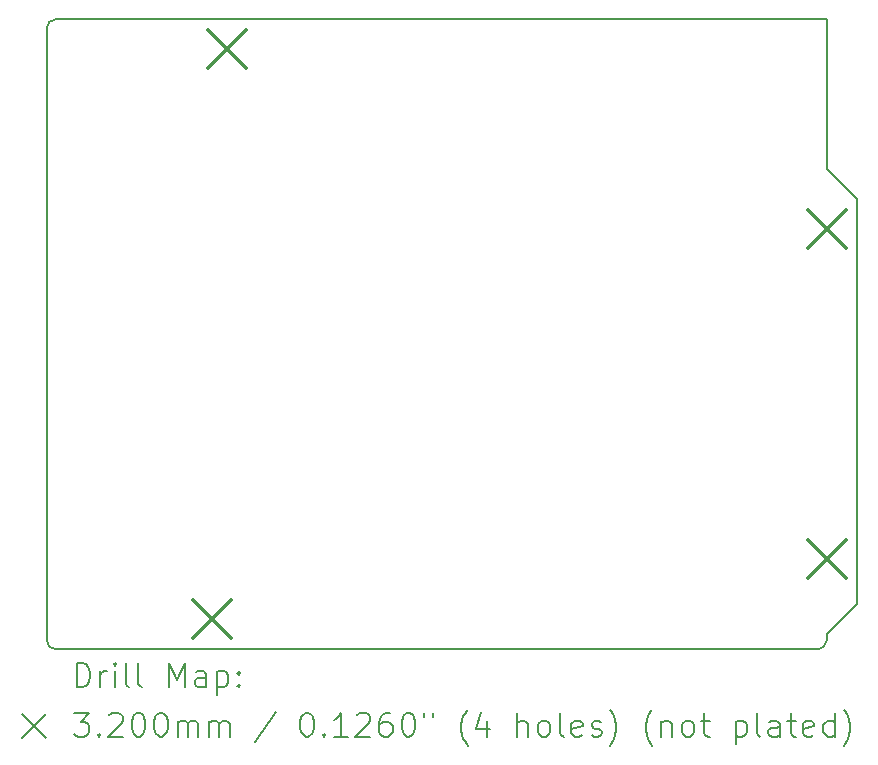
<source format=gbr>
%TF.GenerationSoftware,KiCad,Pcbnew,8.0.8*%
%TF.CreationDate,2025-03-19T14:16:44+01:00*%
%TF.ProjectId,Capteur_Graphite,43617074-6575-4725-9f47-726170686974,rev?*%
%TF.SameCoordinates,Original*%
%TF.FileFunction,Drillmap*%
%TF.FilePolarity,Positive*%
%FSLAX45Y45*%
G04 Gerber Fmt 4.5, Leading zero omitted, Abs format (unit mm)*
G04 Created by KiCad (PCBNEW 8.0.8) date 2025-03-19 14:16:44*
%MOMM*%
%LPD*%
G01*
G04 APERTURE LIST*
%ADD10C,0.150000*%
%ADD11C,0.200000*%
%ADD12C,0.320000*%
G04 APERTURE END LIST*
D10*
X16604000Y-5936000D02*
X16858000Y-6190000D01*
X10000000Y-9923800D02*
X10000000Y-4742200D01*
X16858000Y-6190000D02*
X16858000Y-9619000D01*
X16527800Y-10000000D02*
X10076200Y-10000000D01*
X10076200Y-4666000D02*
X16604000Y-4660000D01*
X10076200Y-10000000D02*
G75*
G02*
X10000000Y-9923800I0J76200D01*
G01*
X16858000Y-9619000D02*
X16604000Y-9873000D01*
X16604000Y-9923800D02*
G75*
G02*
X16527800Y-10000000I-76200J0D01*
G01*
X16604000Y-4660000D02*
X16604000Y-5936000D01*
X16604000Y-9873000D02*
X16604000Y-9923800D01*
X10000000Y-4742200D02*
G75*
G02*
X10076200Y-4666000I76200J0D01*
G01*
D11*
D12*
X11237000Y-9586000D02*
X11557000Y-9906000D01*
X11557000Y-9586000D02*
X11237000Y-9906000D01*
X11364000Y-4760000D02*
X11684000Y-5080000D01*
X11684000Y-4760000D02*
X11364000Y-5080000D01*
X16444000Y-6284000D02*
X16764000Y-6604000D01*
X16764000Y-6284000D02*
X16444000Y-6604000D01*
X16444000Y-9078000D02*
X16764000Y-9398000D01*
X16764000Y-9078000D02*
X16444000Y-9398000D01*
D11*
X10253277Y-10318984D02*
X10253277Y-10118984D01*
X10253277Y-10118984D02*
X10300896Y-10118984D01*
X10300896Y-10118984D02*
X10329467Y-10128508D01*
X10329467Y-10128508D02*
X10348515Y-10147555D01*
X10348515Y-10147555D02*
X10358039Y-10166603D01*
X10358039Y-10166603D02*
X10367563Y-10204698D01*
X10367563Y-10204698D02*
X10367563Y-10233270D01*
X10367563Y-10233270D02*
X10358039Y-10271365D01*
X10358039Y-10271365D02*
X10348515Y-10290412D01*
X10348515Y-10290412D02*
X10329467Y-10309460D01*
X10329467Y-10309460D02*
X10300896Y-10318984D01*
X10300896Y-10318984D02*
X10253277Y-10318984D01*
X10453277Y-10318984D02*
X10453277Y-10185650D01*
X10453277Y-10223746D02*
X10462801Y-10204698D01*
X10462801Y-10204698D02*
X10472324Y-10195174D01*
X10472324Y-10195174D02*
X10491372Y-10185650D01*
X10491372Y-10185650D02*
X10510420Y-10185650D01*
X10577086Y-10318984D02*
X10577086Y-10185650D01*
X10577086Y-10118984D02*
X10567563Y-10128508D01*
X10567563Y-10128508D02*
X10577086Y-10138031D01*
X10577086Y-10138031D02*
X10586610Y-10128508D01*
X10586610Y-10128508D02*
X10577086Y-10118984D01*
X10577086Y-10118984D02*
X10577086Y-10138031D01*
X10700896Y-10318984D02*
X10681848Y-10309460D01*
X10681848Y-10309460D02*
X10672324Y-10290412D01*
X10672324Y-10290412D02*
X10672324Y-10118984D01*
X10805658Y-10318984D02*
X10786610Y-10309460D01*
X10786610Y-10309460D02*
X10777086Y-10290412D01*
X10777086Y-10290412D02*
X10777086Y-10118984D01*
X11034229Y-10318984D02*
X11034229Y-10118984D01*
X11034229Y-10118984D02*
X11100896Y-10261841D01*
X11100896Y-10261841D02*
X11167563Y-10118984D01*
X11167563Y-10118984D02*
X11167563Y-10318984D01*
X11348515Y-10318984D02*
X11348515Y-10214222D01*
X11348515Y-10214222D02*
X11338991Y-10195174D01*
X11338991Y-10195174D02*
X11319943Y-10185650D01*
X11319943Y-10185650D02*
X11281848Y-10185650D01*
X11281848Y-10185650D02*
X11262801Y-10195174D01*
X11348515Y-10309460D02*
X11329467Y-10318984D01*
X11329467Y-10318984D02*
X11281848Y-10318984D01*
X11281848Y-10318984D02*
X11262801Y-10309460D01*
X11262801Y-10309460D02*
X11253277Y-10290412D01*
X11253277Y-10290412D02*
X11253277Y-10271365D01*
X11253277Y-10271365D02*
X11262801Y-10252317D01*
X11262801Y-10252317D02*
X11281848Y-10242793D01*
X11281848Y-10242793D02*
X11329467Y-10242793D01*
X11329467Y-10242793D02*
X11348515Y-10233270D01*
X11443753Y-10185650D02*
X11443753Y-10385650D01*
X11443753Y-10195174D02*
X11462801Y-10185650D01*
X11462801Y-10185650D02*
X11500896Y-10185650D01*
X11500896Y-10185650D02*
X11519943Y-10195174D01*
X11519943Y-10195174D02*
X11529467Y-10204698D01*
X11529467Y-10204698D02*
X11538991Y-10223746D01*
X11538991Y-10223746D02*
X11538991Y-10280889D01*
X11538991Y-10280889D02*
X11529467Y-10299936D01*
X11529467Y-10299936D02*
X11519943Y-10309460D01*
X11519943Y-10309460D02*
X11500896Y-10318984D01*
X11500896Y-10318984D02*
X11462801Y-10318984D01*
X11462801Y-10318984D02*
X11443753Y-10309460D01*
X11624705Y-10299936D02*
X11634229Y-10309460D01*
X11634229Y-10309460D02*
X11624705Y-10318984D01*
X11624705Y-10318984D02*
X11615182Y-10309460D01*
X11615182Y-10309460D02*
X11624705Y-10299936D01*
X11624705Y-10299936D02*
X11624705Y-10318984D01*
X11624705Y-10195174D02*
X11634229Y-10204698D01*
X11634229Y-10204698D02*
X11624705Y-10214222D01*
X11624705Y-10214222D02*
X11615182Y-10204698D01*
X11615182Y-10204698D02*
X11624705Y-10195174D01*
X11624705Y-10195174D02*
X11624705Y-10214222D01*
X9792500Y-10547500D02*
X9992500Y-10747500D01*
X9992500Y-10547500D02*
X9792500Y-10747500D01*
X10234229Y-10538984D02*
X10358039Y-10538984D01*
X10358039Y-10538984D02*
X10291372Y-10615174D01*
X10291372Y-10615174D02*
X10319944Y-10615174D01*
X10319944Y-10615174D02*
X10338991Y-10624698D01*
X10338991Y-10624698D02*
X10348515Y-10634222D01*
X10348515Y-10634222D02*
X10358039Y-10653270D01*
X10358039Y-10653270D02*
X10358039Y-10700889D01*
X10358039Y-10700889D02*
X10348515Y-10719936D01*
X10348515Y-10719936D02*
X10338991Y-10729460D01*
X10338991Y-10729460D02*
X10319944Y-10738984D01*
X10319944Y-10738984D02*
X10262801Y-10738984D01*
X10262801Y-10738984D02*
X10243753Y-10729460D01*
X10243753Y-10729460D02*
X10234229Y-10719936D01*
X10443753Y-10719936D02*
X10453277Y-10729460D01*
X10453277Y-10729460D02*
X10443753Y-10738984D01*
X10443753Y-10738984D02*
X10434229Y-10729460D01*
X10434229Y-10729460D02*
X10443753Y-10719936D01*
X10443753Y-10719936D02*
X10443753Y-10738984D01*
X10529467Y-10558031D02*
X10538991Y-10548508D01*
X10538991Y-10548508D02*
X10558039Y-10538984D01*
X10558039Y-10538984D02*
X10605658Y-10538984D01*
X10605658Y-10538984D02*
X10624705Y-10548508D01*
X10624705Y-10548508D02*
X10634229Y-10558031D01*
X10634229Y-10558031D02*
X10643753Y-10577079D01*
X10643753Y-10577079D02*
X10643753Y-10596127D01*
X10643753Y-10596127D02*
X10634229Y-10624698D01*
X10634229Y-10624698D02*
X10519944Y-10738984D01*
X10519944Y-10738984D02*
X10643753Y-10738984D01*
X10767563Y-10538984D02*
X10786610Y-10538984D01*
X10786610Y-10538984D02*
X10805658Y-10548508D01*
X10805658Y-10548508D02*
X10815182Y-10558031D01*
X10815182Y-10558031D02*
X10824705Y-10577079D01*
X10824705Y-10577079D02*
X10834229Y-10615174D01*
X10834229Y-10615174D02*
X10834229Y-10662793D01*
X10834229Y-10662793D02*
X10824705Y-10700889D01*
X10824705Y-10700889D02*
X10815182Y-10719936D01*
X10815182Y-10719936D02*
X10805658Y-10729460D01*
X10805658Y-10729460D02*
X10786610Y-10738984D01*
X10786610Y-10738984D02*
X10767563Y-10738984D01*
X10767563Y-10738984D02*
X10748515Y-10729460D01*
X10748515Y-10729460D02*
X10738991Y-10719936D01*
X10738991Y-10719936D02*
X10729467Y-10700889D01*
X10729467Y-10700889D02*
X10719944Y-10662793D01*
X10719944Y-10662793D02*
X10719944Y-10615174D01*
X10719944Y-10615174D02*
X10729467Y-10577079D01*
X10729467Y-10577079D02*
X10738991Y-10558031D01*
X10738991Y-10558031D02*
X10748515Y-10548508D01*
X10748515Y-10548508D02*
X10767563Y-10538984D01*
X10958039Y-10538984D02*
X10977086Y-10538984D01*
X10977086Y-10538984D02*
X10996134Y-10548508D01*
X10996134Y-10548508D02*
X11005658Y-10558031D01*
X11005658Y-10558031D02*
X11015182Y-10577079D01*
X11015182Y-10577079D02*
X11024705Y-10615174D01*
X11024705Y-10615174D02*
X11024705Y-10662793D01*
X11024705Y-10662793D02*
X11015182Y-10700889D01*
X11015182Y-10700889D02*
X11005658Y-10719936D01*
X11005658Y-10719936D02*
X10996134Y-10729460D01*
X10996134Y-10729460D02*
X10977086Y-10738984D01*
X10977086Y-10738984D02*
X10958039Y-10738984D01*
X10958039Y-10738984D02*
X10938991Y-10729460D01*
X10938991Y-10729460D02*
X10929467Y-10719936D01*
X10929467Y-10719936D02*
X10919944Y-10700889D01*
X10919944Y-10700889D02*
X10910420Y-10662793D01*
X10910420Y-10662793D02*
X10910420Y-10615174D01*
X10910420Y-10615174D02*
X10919944Y-10577079D01*
X10919944Y-10577079D02*
X10929467Y-10558031D01*
X10929467Y-10558031D02*
X10938991Y-10548508D01*
X10938991Y-10548508D02*
X10958039Y-10538984D01*
X11110420Y-10738984D02*
X11110420Y-10605650D01*
X11110420Y-10624698D02*
X11119944Y-10615174D01*
X11119944Y-10615174D02*
X11138991Y-10605650D01*
X11138991Y-10605650D02*
X11167563Y-10605650D01*
X11167563Y-10605650D02*
X11186610Y-10615174D01*
X11186610Y-10615174D02*
X11196134Y-10634222D01*
X11196134Y-10634222D02*
X11196134Y-10738984D01*
X11196134Y-10634222D02*
X11205658Y-10615174D01*
X11205658Y-10615174D02*
X11224705Y-10605650D01*
X11224705Y-10605650D02*
X11253277Y-10605650D01*
X11253277Y-10605650D02*
X11272324Y-10615174D01*
X11272324Y-10615174D02*
X11281848Y-10634222D01*
X11281848Y-10634222D02*
X11281848Y-10738984D01*
X11377086Y-10738984D02*
X11377086Y-10605650D01*
X11377086Y-10624698D02*
X11386610Y-10615174D01*
X11386610Y-10615174D02*
X11405658Y-10605650D01*
X11405658Y-10605650D02*
X11434229Y-10605650D01*
X11434229Y-10605650D02*
X11453277Y-10615174D01*
X11453277Y-10615174D02*
X11462801Y-10634222D01*
X11462801Y-10634222D02*
X11462801Y-10738984D01*
X11462801Y-10634222D02*
X11472324Y-10615174D01*
X11472324Y-10615174D02*
X11491372Y-10605650D01*
X11491372Y-10605650D02*
X11519943Y-10605650D01*
X11519943Y-10605650D02*
X11538991Y-10615174D01*
X11538991Y-10615174D02*
X11548515Y-10634222D01*
X11548515Y-10634222D02*
X11548515Y-10738984D01*
X11938991Y-10529460D02*
X11767563Y-10786603D01*
X12196134Y-10538984D02*
X12215182Y-10538984D01*
X12215182Y-10538984D02*
X12234229Y-10548508D01*
X12234229Y-10548508D02*
X12243753Y-10558031D01*
X12243753Y-10558031D02*
X12253277Y-10577079D01*
X12253277Y-10577079D02*
X12262801Y-10615174D01*
X12262801Y-10615174D02*
X12262801Y-10662793D01*
X12262801Y-10662793D02*
X12253277Y-10700889D01*
X12253277Y-10700889D02*
X12243753Y-10719936D01*
X12243753Y-10719936D02*
X12234229Y-10729460D01*
X12234229Y-10729460D02*
X12215182Y-10738984D01*
X12215182Y-10738984D02*
X12196134Y-10738984D01*
X12196134Y-10738984D02*
X12177086Y-10729460D01*
X12177086Y-10729460D02*
X12167563Y-10719936D01*
X12167563Y-10719936D02*
X12158039Y-10700889D01*
X12158039Y-10700889D02*
X12148515Y-10662793D01*
X12148515Y-10662793D02*
X12148515Y-10615174D01*
X12148515Y-10615174D02*
X12158039Y-10577079D01*
X12158039Y-10577079D02*
X12167563Y-10558031D01*
X12167563Y-10558031D02*
X12177086Y-10548508D01*
X12177086Y-10548508D02*
X12196134Y-10538984D01*
X12348515Y-10719936D02*
X12358039Y-10729460D01*
X12358039Y-10729460D02*
X12348515Y-10738984D01*
X12348515Y-10738984D02*
X12338991Y-10729460D01*
X12338991Y-10729460D02*
X12348515Y-10719936D01*
X12348515Y-10719936D02*
X12348515Y-10738984D01*
X12548515Y-10738984D02*
X12434229Y-10738984D01*
X12491372Y-10738984D02*
X12491372Y-10538984D01*
X12491372Y-10538984D02*
X12472325Y-10567555D01*
X12472325Y-10567555D02*
X12453277Y-10586603D01*
X12453277Y-10586603D02*
X12434229Y-10596127D01*
X12624706Y-10558031D02*
X12634229Y-10548508D01*
X12634229Y-10548508D02*
X12653277Y-10538984D01*
X12653277Y-10538984D02*
X12700896Y-10538984D01*
X12700896Y-10538984D02*
X12719944Y-10548508D01*
X12719944Y-10548508D02*
X12729467Y-10558031D01*
X12729467Y-10558031D02*
X12738991Y-10577079D01*
X12738991Y-10577079D02*
X12738991Y-10596127D01*
X12738991Y-10596127D02*
X12729467Y-10624698D01*
X12729467Y-10624698D02*
X12615182Y-10738984D01*
X12615182Y-10738984D02*
X12738991Y-10738984D01*
X12910420Y-10538984D02*
X12872325Y-10538984D01*
X12872325Y-10538984D02*
X12853277Y-10548508D01*
X12853277Y-10548508D02*
X12843753Y-10558031D01*
X12843753Y-10558031D02*
X12824706Y-10586603D01*
X12824706Y-10586603D02*
X12815182Y-10624698D01*
X12815182Y-10624698D02*
X12815182Y-10700889D01*
X12815182Y-10700889D02*
X12824706Y-10719936D01*
X12824706Y-10719936D02*
X12834229Y-10729460D01*
X12834229Y-10729460D02*
X12853277Y-10738984D01*
X12853277Y-10738984D02*
X12891372Y-10738984D01*
X12891372Y-10738984D02*
X12910420Y-10729460D01*
X12910420Y-10729460D02*
X12919944Y-10719936D01*
X12919944Y-10719936D02*
X12929467Y-10700889D01*
X12929467Y-10700889D02*
X12929467Y-10653270D01*
X12929467Y-10653270D02*
X12919944Y-10634222D01*
X12919944Y-10634222D02*
X12910420Y-10624698D01*
X12910420Y-10624698D02*
X12891372Y-10615174D01*
X12891372Y-10615174D02*
X12853277Y-10615174D01*
X12853277Y-10615174D02*
X12834229Y-10624698D01*
X12834229Y-10624698D02*
X12824706Y-10634222D01*
X12824706Y-10634222D02*
X12815182Y-10653270D01*
X13053277Y-10538984D02*
X13072325Y-10538984D01*
X13072325Y-10538984D02*
X13091372Y-10548508D01*
X13091372Y-10548508D02*
X13100896Y-10558031D01*
X13100896Y-10558031D02*
X13110420Y-10577079D01*
X13110420Y-10577079D02*
X13119944Y-10615174D01*
X13119944Y-10615174D02*
X13119944Y-10662793D01*
X13119944Y-10662793D02*
X13110420Y-10700889D01*
X13110420Y-10700889D02*
X13100896Y-10719936D01*
X13100896Y-10719936D02*
X13091372Y-10729460D01*
X13091372Y-10729460D02*
X13072325Y-10738984D01*
X13072325Y-10738984D02*
X13053277Y-10738984D01*
X13053277Y-10738984D02*
X13034229Y-10729460D01*
X13034229Y-10729460D02*
X13024706Y-10719936D01*
X13024706Y-10719936D02*
X13015182Y-10700889D01*
X13015182Y-10700889D02*
X13005658Y-10662793D01*
X13005658Y-10662793D02*
X13005658Y-10615174D01*
X13005658Y-10615174D02*
X13015182Y-10577079D01*
X13015182Y-10577079D02*
X13024706Y-10558031D01*
X13024706Y-10558031D02*
X13034229Y-10548508D01*
X13034229Y-10548508D02*
X13053277Y-10538984D01*
X13196134Y-10538984D02*
X13196134Y-10577079D01*
X13272325Y-10538984D02*
X13272325Y-10577079D01*
X13567563Y-10815174D02*
X13558039Y-10805650D01*
X13558039Y-10805650D02*
X13538991Y-10777079D01*
X13538991Y-10777079D02*
X13529468Y-10758031D01*
X13529468Y-10758031D02*
X13519944Y-10729460D01*
X13519944Y-10729460D02*
X13510420Y-10681841D01*
X13510420Y-10681841D02*
X13510420Y-10643746D01*
X13510420Y-10643746D02*
X13519944Y-10596127D01*
X13519944Y-10596127D02*
X13529468Y-10567555D01*
X13529468Y-10567555D02*
X13538991Y-10548508D01*
X13538991Y-10548508D02*
X13558039Y-10519936D01*
X13558039Y-10519936D02*
X13567563Y-10510412D01*
X13729468Y-10605650D02*
X13729468Y-10738984D01*
X13681848Y-10529460D02*
X13634229Y-10672317D01*
X13634229Y-10672317D02*
X13758039Y-10672317D01*
X13986610Y-10738984D02*
X13986610Y-10538984D01*
X14072325Y-10738984D02*
X14072325Y-10634222D01*
X14072325Y-10634222D02*
X14062801Y-10615174D01*
X14062801Y-10615174D02*
X14043753Y-10605650D01*
X14043753Y-10605650D02*
X14015182Y-10605650D01*
X14015182Y-10605650D02*
X13996134Y-10615174D01*
X13996134Y-10615174D02*
X13986610Y-10624698D01*
X14196134Y-10738984D02*
X14177087Y-10729460D01*
X14177087Y-10729460D02*
X14167563Y-10719936D01*
X14167563Y-10719936D02*
X14158039Y-10700889D01*
X14158039Y-10700889D02*
X14158039Y-10643746D01*
X14158039Y-10643746D02*
X14167563Y-10624698D01*
X14167563Y-10624698D02*
X14177087Y-10615174D01*
X14177087Y-10615174D02*
X14196134Y-10605650D01*
X14196134Y-10605650D02*
X14224706Y-10605650D01*
X14224706Y-10605650D02*
X14243753Y-10615174D01*
X14243753Y-10615174D02*
X14253277Y-10624698D01*
X14253277Y-10624698D02*
X14262801Y-10643746D01*
X14262801Y-10643746D02*
X14262801Y-10700889D01*
X14262801Y-10700889D02*
X14253277Y-10719936D01*
X14253277Y-10719936D02*
X14243753Y-10729460D01*
X14243753Y-10729460D02*
X14224706Y-10738984D01*
X14224706Y-10738984D02*
X14196134Y-10738984D01*
X14377087Y-10738984D02*
X14358039Y-10729460D01*
X14358039Y-10729460D02*
X14348515Y-10710412D01*
X14348515Y-10710412D02*
X14348515Y-10538984D01*
X14529468Y-10729460D02*
X14510420Y-10738984D01*
X14510420Y-10738984D02*
X14472325Y-10738984D01*
X14472325Y-10738984D02*
X14453277Y-10729460D01*
X14453277Y-10729460D02*
X14443753Y-10710412D01*
X14443753Y-10710412D02*
X14443753Y-10634222D01*
X14443753Y-10634222D02*
X14453277Y-10615174D01*
X14453277Y-10615174D02*
X14472325Y-10605650D01*
X14472325Y-10605650D02*
X14510420Y-10605650D01*
X14510420Y-10605650D02*
X14529468Y-10615174D01*
X14529468Y-10615174D02*
X14538991Y-10634222D01*
X14538991Y-10634222D02*
X14538991Y-10653270D01*
X14538991Y-10653270D02*
X14443753Y-10672317D01*
X14615182Y-10729460D02*
X14634230Y-10738984D01*
X14634230Y-10738984D02*
X14672325Y-10738984D01*
X14672325Y-10738984D02*
X14691372Y-10729460D01*
X14691372Y-10729460D02*
X14700896Y-10710412D01*
X14700896Y-10710412D02*
X14700896Y-10700889D01*
X14700896Y-10700889D02*
X14691372Y-10681841D01*
X14691372Y-10681841D02*
X14672325Y-10672317D01*
X14672325Y-10672317D02*
X14643753Y-10672317D01*
X14643753Y-10672317D02*
X14624706Y-10662793D01*
X14624706Y-10662793D02*
X14615182Y-10643746D01*
X14615182Y-10643746D02*
X14615182Y-10634222D01*
X14615182Y-10634222D02*
X14624706Y-10615174D01*
X14624706Y-10615174D02*
X14643753Y-10605650D01*
X14643753Y-10605650D02*
X14672325Y-10605650D01*
X14672325Y-10605650D02*
X14691372Y-10615174D01*
X14767563Y-10815174D02*
X14777087Y-10805650D01*
X14777087Y-10805650D02*
X14796134Y-10777079D01*
X14796134Y-10777079D02*
X14805658Y-10758031D01*
X14805658Y-10758031D02*
X14815182Y-10729460D01*
X14815182Y-10729460D02*
X14824706Y-10681841D01*
X14824706Y-10681841D02*
X14824706Y-10643746D01*
X14824706Y-10643746D02*
X14815182Y-10596127D01*
X14815182Y-10596127D02*
X14805658Y-10567555D01*
X14805658Y-10567555D02*
X14796134Y-10548508D01*
X14796134Y-10548508D02*
X14777087Y-10519936D01*
X14777087Y-10519936D02*
X14767563Y-10510412D01*
X15129468Y-10815174D02*
X15119944Y-10805650D01*
X15119944Y-10805650D02*
X15100896Y-10777079D01*
X15100896Y-10777079D02*
X15091372Y-10758031D01*
X15091372Y-10758031D02*
X15081849Y-10729460D01*
X15081849Y-10729460D02*
X15072325Y-10681841D01*
X15072325Y-10681841D02*
X15072325Y-10643746D01*
X15072325Y-10643746D02*
X15081849Y-10596127D01*
X15081849Y-10596127D02*
X15091372Y-10567555D01*
X15091372Y-10567555D02*
X15100896Y-10548508D01*
X15100896Y-10548508D02*
X15119944Y-10519936D01*
X15119944Y-10519936D02*
X15129468Y-10510412D01*
X15205658Y-10605650D02*
X15205658Y-10738984D01*
X15205658Y-10624698D02*
X15215182Y-10615174D01*
X15215182Y-10615174D02*
X15234230Y-10605650D01*
X15234230Y-10605650D02*
X15262801Y-10605650D01*
X15262801Y-10605650D02*
X15281849Y-10615174D01*
X15281849Y-10615174D02*
X15291372Y-10634222D01*
X15291372Y-10634222D02*
X15291372Y-10738984D01*
X15415182Y-10738984D02*
X15396134Y-10729460D01*
X15396134Y-10729460D02*
X15386611Y-10719936D01*
X15386611Y-10719936D02*
X15377087Y-10700889D01*
X15377087Y-10700889D02*
X15377087Y-10643746D01*
X15377087Y-10643746D02*
X15386611Y-10624698D01*
X15386611Y-10624698D02*
X15396134Y-10615174D01*
X15396134Y-10615174D02*
X15415182Y-10605650D01*
X15415182Y-10605650D02*
X15443753Y-10605650D01*
X15443753Y-10605650D02*
X15462801Y-10615174D01*
X15462801Y-10615174D02*
X15472325Y-10624698D01*
X15472325Y-10624698D02*
X15481849Y-10643746D01*
X15481849Y-10643746D02*
X15481849Y-10700889D01*
X15481849Y-10700889D02*
X15472325Y-10719936D01*
X15472325Y-10719936D02*
X15462801Y-10729460D01*
X15462801Y-10729460D02*
X15443753Y-10738984D01*
X15443753Y-10738984D02*
X15415182Y-10738984D01*
X15538992Y-10605650D02*
X15615182Y-10605650D01*
X15567563Y-10538984D02*
X15567563Y-10710412D01*
X15567563Y-10710412D02*
X15577087Y-10729460D01*
X15577087Y-10729460D02*
X15596134Y-10738984D01*
X15596134Y-10738984D02*
X15615182Y-10738984D01*
X15834230Y-10605650D02*
X15834230Y-10805650D01*
X15834230Y-10615174D02*
X15853277Y-10605650D01*
X15853277Y-10605650D02*
X15891373Y-10605650D01*
X15891373Y-10605650D02*
X15910420Y-10615174D01*
X15910420Y-10615174D02*
X15919944Y-10624698D01*
X15919944Y-10624698D02*
X15929468Y-10643746D01*
X15929468Y-10643746D02*
X15929468Y-10700889D01*
X15929468Y-10700889D02*
X15919944Y-10719936D01*
X15919944Y-10719936D02*
X15910420Y-10729460D01*
X15910420Y-10729460D02*
X15891373Y-10738984D01*
X15891373Y-10738984D02*
X15853277Y-10738984D01*
X15853277Y-10738984D02*
X15834230Y-10729460D01*
X16043753Y-10738984D02*
X16024706Y-10729460D01*
X16024706Y-10729460D02*
X16015182Y-10710412D01*
X16015182Y-10710412D02*
X16015182Y-10538984D01*
X16205658Y-10738984D02*
X16205658Y-10634222D01*
X16205658Y-10634222D02*
X16196134Y-10615174D01*
X16196134Y-10615174D02*
X16177087Y-10605650D01*
X16177087Y-10605650D02*
X16138992Y-10605650D01*
X16138992Y-10605650D02*
X16119944Y-10615174D01*
X16205658Y-10729460D02*
X16186611Y-10738984D01*
X16186611Y-10738984D02*
X16138992Y-10738984D01*
X16138992Y-10738984D02*
X16119944Y-10729460D01*
X16119944Y-10729460D02*
X16110420Y-10710412D01*
X16110420Y-10710412D02*
X16110420Y-10691365D01*
X16110420Y-10691365D02*
X16119944Y-10672317D01*
X16119944Y-10672317D02*
X16138992Y-10662793D01*
X16138992Y-10662793D02*
X16186611Y-10662793D01*
X16186611Y-10662793D02*
X16205658Y-10653270D01*
X16272325Y-10605650D02*
X16348515Y-10605650D01*
X16300896Y-10538984D02*
X16300896Y-10710412D01*
X16300896Y-10710412D02*
X16310420Y-10729460D01*
X16310420Y-10729460D02*
X16329468Y-10738984D01*
X16329468Y-10738984D02*
X16348515Y-10738984D01*
X16491373Y-10729460D02*
X16472325Y-10738984D01*
X16472325Y-10738984D02*
X16434230Y-10738984D01*
X16434230Y-10738984D02*
X16415182Y-10729460D01*
X16415182Y-10729460D02*
X16405658Y-10710412D01*
X16405658Y-10710412D02*
X16405658Y-10634222D01*
X16405658Y-10634222D02*
X16415182Y-10615174D01*
X16415182Y-10615174D02*
X16434230Y-10605650D01*
X16434230Y-10605650D02*
X16472325Y-10605650D01*
X16472325Y-10605650D02*
X16491373Y-10615174D01*
X16491373Y-10615174D02*
X16500896Y-10634222D01*
X16500896Y-10634222D02*
X16500896Y-10653270D01*
X16500896Y-10653270D02*
X16405658Y-10672317D01*
X16672325Y-10738984D02*
X16672325Y-10538984D01*
X16672325Y-10729460D02*
X16653277Y-10738984D01*
X16653277Y-10738984D02*
X16615182Y-10738984D01*
X16615182Y-10738984D02*
X16596134Y-10729460D01*
X16596134Y-10729460D02*
X16586611Y-10719936D01*
X16586611Y-10719936D02*
X16577087Y-10700889D01*
X16577087Y-10700889D02*
X16577087Y-10643746D01*
X16577087Y-10643746D02*
X16586611Y-10624698D01*
X16586611Y-10624698D02*
X16596134Y-10615174D01*
X16596134Y-10615174D02*
X16615182Y-10605650D01*
X16615182Y-10605650D02*
X16653277Y-10605650D01*
X16653277Y-10605650D02*
X16672325Y-10615174D01*
X16748515Y-10815174D02*
X16758039Y-10805650D01*
X16758039Y-10805650D02*
X16777087Y-10777079D01*
X16777087Y-10777079D02*
X16786611Y-10758031D01*
X16786611Y-10758031D02*
X16796135Y-10729460D01*
X16796135Y-10729460D02*
X16805658Y-10681841D01*
X16805658Y-10681841D02*
X16805658Y-10643746D01*
X16805658Y-10643746D02*
X16796135Y-10596127D01*
X16796135Y-10596127D02*
X16786611Y-10567555D01*
X16786611Y-10567555D02*
X16777087Y-10548508D01*
X16777087Y-10548508D02*
X16758039Y-10519936D01*
X16758039Y-10519936D02*
X16748515Y-10510412D01*
M02*

</source>
